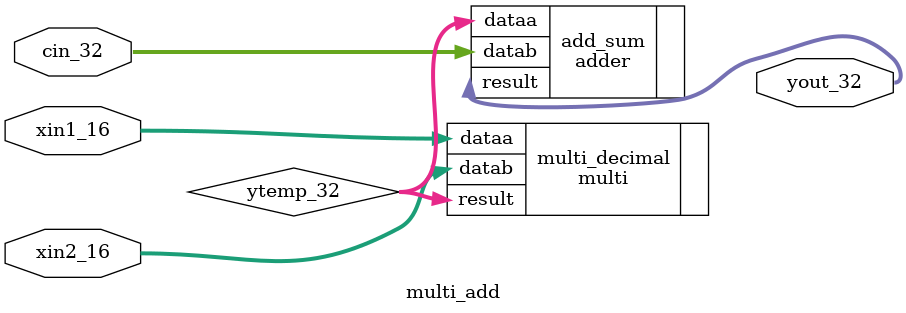
<source format=v>
module multi_add(xin1_16,xin2_16,cin_32,yout_32);

parameter width_in1=16,width_in2=16,width_out=32;

input [width_in1-1:0] xin1_16;
input [width_in2-1:0] xin2_16;
input [width_out-1:0] cin_32;
output [width_out-1:0] yout_32;

wire [width_out-1:0] ytemp_32;

multi multi_decimal (
	.dataa ( xin1_16 ),
	.datab ( xin2_16),
	.result ( ytemp_32)
);

adder add_sum(
   .dataa (ytemp_32),
	.datab (cin_32),
	.result (yout_32)
);	


endmodule

</source>
